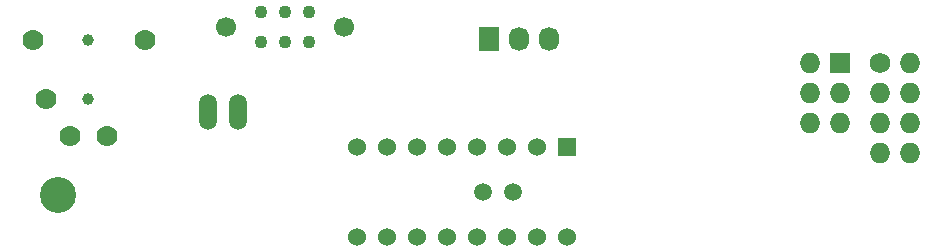
<source format=gbs>
%FSLAX46Y46*%
G04 Gerber Fmt 4.6, Leading zero omitted, Abs format (unit mm)*
G04 Created by KiCad (PCBNEW (2014-10-27 BZR 5228)-product) date 4/17/2015 7:43:11 PM*
%MOMM*%
G01*
G04 APERTURE LIST*
%ADD10C,0.100000*%
%ADD11C,1.100000*%
%ADD12C,1.700000*%
%ADD13C,1.727200*%
%ADD14O,1.727200X1.727200*%
%ADD15O,1.506220X3.014980*%
%ADD16C,1.500000*%
%ADD17C,1.778000*%
%ADD18C,0.990600*%
%ADD19C,3.048000*%
%ADD20R,1.727200X2.032000*%
%ADD21O,1.727200X2.032000*%
%ADD22R,1.524000X1.524000*%
%ADD23C,1.524000*%
%ADD24R,1.727200X1.727200*%
G04 APERTURE END LIST*
D10*
D11*
X21622000Y-1036000D03*
X23622000Y-1036000D03*
X25622000Y-1036000D03*
X21622000Y-3536000D03*
X23622000Y-3536000D03*
X25622000Y-3536000D03*
D12*
X18622000Y-2286000D03*
X28622000Y-2286000D03*
D13*
X74041000Y-5334000D03*
D14*
X76581000Y-5334000D03*
X74041000Y-7874000D03*
X76581000Y-7874000D03*
X74041000Y-10414000D03*
X76581000Y-10414000D03*
X74041000Y-12954000D03*
X76581000Y-12954000D03*
D15*
X17145000Y-9525000D03*
X19685000Y-9525000D03*
D16*
X40386000Y-16256000D03*
X42926000Y-16256000D03*
D17*
X11785600Y-3403600D03*
X2286000Y-3403600D03*
X8585200Y-11506200D03*
X5384800Y-11506200D03*
X3378200Y-8407400D03*
D18*
X6985000Y-3403600D03*
X6985000Y-8407400D03*
D19*
X4445000Y-16510000D03*
D20*
X40894000Y-3302000D03*
D21*
X43434000Y-3302000D03*
X45974000Y-3302000D03*
D22*
X47498000Y-12446000D03*
D23*
X44958000Y-12446000D03*
X42418000Y-12446000D03*
X39878000Y-12446000D03*
X37338000Y-12446000D03*
X34798000Y-12446000D03*
X32258000Y-12446000D03*
X29718000Y-12446000D03*
X29718000Y-20066000D03*
X32258000Y-20066000D03*
X34798000Y-20066000D03*
X37338000Y-20066000D03*
X39878000Y-20066000D03*
X42418000Y-20066000D03*
X44958000Y-20066000D03*
X47498000Y-20066000D03*
D24*
X70612000Y-5334000D03*
D14*
X68072000Y-5334000D03*
X70612000Y-7874000D03*
X68072000Y-7874000D03*
X70612000Y-10414000D03*
X68072000Y-10414000D03*
M02*

</source>
